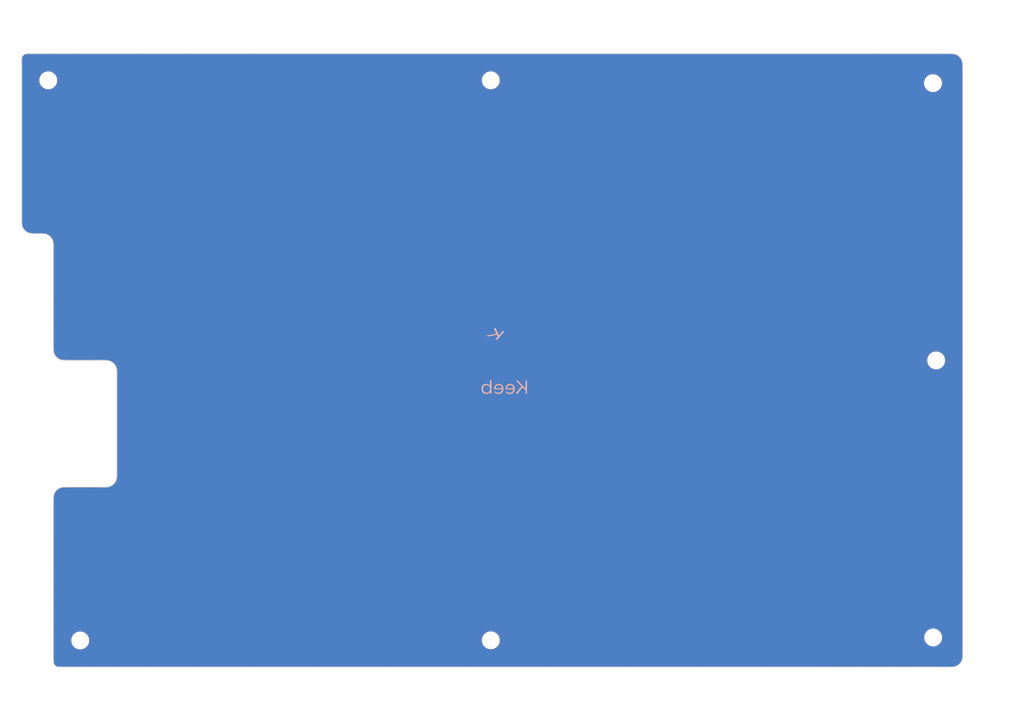
<source format=kicad_pcb>
(kicad_pcb (version 20221018) (generator pcbnew)
  (layers (0 "F.Cu" signal) (31 "B.Cu" signal) (34 "B.Paste" user) (35 "F.Paste" user) (36 "B.SilkS" user "B.Silkscreen") (37 "F.SilkS" user "F.Silkscreen") (38 "B.Mask" user) (39 "F.Mask" user) (44 "Edge.Cuts" user))
  (net 0 "")
  (footprint "Mounting_Holes:MountingHole_2.2mm_M2" (layer "B.Cu") (at 23.55 37.1)
    (fp_text reference "REF**" hide)
    (fp_text value "MountingHole_2.2mm_M2" hide)
    (pad "" np_thru_hole circle (at 0 0) (size 2.2 2.2) (drill 2.2) (layers "*.Cu" "*.Mask"))
  )
  (footprint "Mounting_Holes:MountingHole_2.2mm_M2" (layer "B.Cu") (at 90.025 37.1)
    (fp_text reference "REF**" hide)
    (fp_text value "MountingHole_2.2mm_M2" hide)
    (pad "" np_thru_hole circle (at 0 0) (size 2.2 2.2) (drill 2.2) (layers "*.Cu" "*.Mask"))
  )
  (footprint "Mounting_Holes:MountingHole_2.2mm_M2" (layer "B.Cu") (at 156.45 37.525)
    (fp_text reference "REF**" hide)
    (fp_text value "MountingHole_2.2mm_M2" hide)
    (pad "" np_thru_hole circle (at 0 0) (size 2.2 2.2) (drill 2.2) (layers "*.Cu" "*.Mask"))
  )
  (footprint "Mounting_Holes:MountingHole_2.2mm_M2" (layer "B.Cu") (at 156.925 79.2)
    (fp_text reference "REF**" hide)
    (fp_text value "MountingHole_2.2mm_M2" hide)
    (pad "" np_thru_hole circle (at 0 0) (size 2.2 2.2) (drill 2.2) (layers "*.Cu" "*.Mask"))
  )
  (footprint "Mounting_Holes:MountingHole_2.2mm_M2" (layer "B.Cu") (at 156.475 120.85)
    (fp_text reference "REF**" hide)
    (fp_text value "MountingHole_2.2mm_M2" hide)
    (pad "" np_thru_hole circle (at 0 0) (size 2.2 2.2) (drill 2.2) (layers "*.Cu" "*.Mask"))
  )
  (footprint "Mounting_Holes:MountingHole_2.2mm_M2" (layer "B.Cu") (at 90.025 121.275)
    (fp_text reference "REF**" hide)
    (fp_text value "MountingHole_2.2mm_M2" hide)
    (pad "" np_thru_hole circle (at 0 0) (size 2.2 2.2) (drill 2.2) (layers "*.Cu" "*.Mask"))
  )
  (footprint "Mounting_Holes:MountingHole_2.2mm_M2" (layer "B.Cu") (at 28.35 121.3)
    (fp_text reference "REF**" hide)
    (fp_text value "MountingHole_2.2mm_M2" hide)
    (pad "" np_thru_hole circle (at 0 0) (size 2.2 2.2) (drill 2.2) (layers "*.Cu" "*.Mask"))
  )
  (footprint "Keebio-Art:Keebio-TwoTone" (layer "B.Cu") (at 90.7 78.575 180)
    (fp_text reference "G***" hide)
    (fp_text value "LOGO" hide)
  )
  (gr_line (start 24.323056 77.353913) (end 24.323056 77.290428) (stroke (width 0.1)) (layer "Edge.Cuts"))
  (gr_line (start 24.323056 76.112361) (end 24.323056 75.512274) (stroke (width 0.1)) (layer "Edge.Cuts"))
  (gr_line (start 19.560556 58.189701) (end 19.560556 58.044747) (stroke (width 0.1)) (layer "Edge.Cuts"))
  (gr_line (start 20.786504 60.088584) (end 20.66559 60.056973) (stroke (width 0.1)) (layer "Edge.Cuts"))
  (gr_line (start 159.352025 125.286169) (end 159.25394 125.290932) (stroke (width 0.1)) (layer "Edge.Cuts"))
  (gr_line (start 33.977388 125.291757) (end 30.382224 125.291724) (stroke (width 0.1)) (layer "Edge.Cuts"))
  (gr_line (start 33.813412 96.922207) (end 33.829934 96.807295) (stroke (width 0.1)) (layer "Edge.Cuts"))
  (gr_line (start 160.864287 34.343138) (end 160.885124 34.460755) (stroke (width 0.1)) (layer "Edge.Cuts"))
  (gr_line (start 24.323056 104.816313) (end 24.323056 103.421854) (stroke (width 0.1)) (layer "Edge.Cuts"))
  (gr_line (start 32.443289 79.21345) (end 32.332937 79.201738) (stroke (width 0.1)) (layer "Edge.Cuts"))
  (gr_line (start 26.107969 79.191643) (end 26.028026 79.190879) (stroke (width 0.1)) (layer "Edge.Cuts"))
  (gr_line (start 24.327383 124.528336) (end 24.324489 124.478187) (stroke (width 0.1)) (layer "Edge.Cuts"))
  (gr_line (start 24.323056 123.72313) (end 24.323056 123.23483) (stroke (width 0.1)) (layer "Edge.Cuts"))
  (gr_line (start 24.323054 61.945204) (end 24.322621 61.868906) (stroke (width 0.1)) (layer "Edge.Cuts"))
  (gr_line (start 139.399376 125.292731) (end 131.178477 125.292655) (stroke (width 0.1)) (layer "Edge.Cuts"))
  (gr_line (start 155.134479 33.091667) (end 157.130183 33.091667) (stroke (width 0.1)) (layer "Edge.Cuts"))
  (gr_line (start 24.323056 100.572498) (end 24.323056 100.329418) (stroke (width 0.1)) (layer "Edge.Cuts"))
  (gr_line (start 24.323056 116.838652) (end 24.323056 114.805305) (stroke (width 0.1)) (layer "Edge.Cuts"))
  (gr_line (start 26.760324 79.191668) (end 26.583295 79.191668) (stroke (width 0.1)) (layer "Edge.Cuts"))
  (gr_line (start 28.582289 79.191668) (end 28.110434 79.191668) (stroke (width 0.1)) (layer "Edge.Cuts"))
  (gr_line (start 33.847961 80.956946) (end 33.846761 80.873512) (stroke (width 0.1)) (layer "Edge.Cuts"))
  (gr_line (start 20.094069 59.730119) (end 19.996396 59.634512) (stroke (width 0.1)) (layer "Edge.Cuts"))
  (gr_line (start 31.510174 98.241668) (end 31.661285 98.241668) (stroke (width 0.1)) (layer "Edge.Cuts"))
  (gr_line (start 33.416814 97.729608) (end 33.505744 97.626222) (stroke (width 0.1)) (layer "Edge.Cuts"))
  (gr_line (start 160.911855 123.219977) (end 160.911855 123.409907) (stroke (width 0.1)) (layer "Edge.Cuts"))
  (gr_line (start 33.848056 94.869021) (end 33.848056 94.174993) (stroke (width 0.1)) (layer "Edge.Cuts"))
  (gr_line (start 21.439355 60.141668) (end 21.381661 60.141668) (stroke (width 0.1)) (layer "Edge.Cuts"))
  (gr_line (start 32.288242 98.234922) (end 32.395404 98.225611) (stroke (width 0.1)) (layer "Edge.Cuts"))
  (gr_line (start 32.138844 79.19238) (end 32.059573 79.191686) (stroke (width 0.1)) (layer "Edge.Cuts"))
  (gr_line (start 29.356594 98.241668) (end 29.839945 98.241668) (stroke (width 0.1)) (layer "Edge.Cuts"))
  (gr_line (start 19.560556 41.453736) (end 19.560556 39.610958) (stroke (width 0.1)) (layer "Edge.Cuts"))
  (gr_line (start 160.052944 125.108867) (end 159.933893 125.163671) (stroke (width 0.1)) (layer "Edge.Cuts"))
  (gr_line (start 23.887216 60.648824) (end 23.789543 60.553217) (stroke (width 0.1)) (layer "Edge.Cuts"))
  (gr_line (start 24.323056 62.971151) (end 24.323056 62.601157) (stroke (width 0.1)) (layer "Edge.Cuts"))
  (gr_line (start 24.323056 108.44904) (end 24.323056 106.517645) (stroke (width 0.1)) (layer "Edge.Cuts"))
  (gr_line (start 24.323056 101.536179) (end 24.323056 100.960487) (stroke (width 0.1)) (layer "Edge.Cuts"))
  (gr_line (start 19.996396 59.634512) (end 19.907029 59.531462) (stroke (width 0.1)) (layer "Edge.Cuts"))
  (gr_line (start 19.560556 34.637892) (end 19.560556 34.326723) (stroke (width 0.1)) (layer "Edge.Cuts"))
  (gr_line (start 25.231784 125.291676) (end 25.195978 125.291588) (stroke (width 0.1)) (layer "Edge.Cuts"))
  (gr_line (start 19.573554 33.781484) (end 19.583814 33.722569) (stroke (width 0.1)) (layer "Edge.Cuts"))
  (gr_line (start 160.91176 34.856944) (end 160.911855 34.926799) (stroke (width 0.1)) (layer "Edge.Cuts"))
  (gr_line (start 33.848056 87.001093) (end 33.848056 85.737707) (stroke (width 0.1)) (layer "Edge.Cuts"))
  (gr_line (start 33.038848 79.402801) (end 32.921218 79.342741) (stroke (width 0.1)) (layer "Edge.Cuts"))
  (gr_line (start 33.6158 79.965037) (end 33.540819 79.853138) (stroke (width 0.1)) (layer "Edge.Cuts"))
  (gr_line (start 32.509407 98.21023) (end 32.628015 98.187254) (stroke (width 0.1)) (layer "Edge.Cuts"))
  (gr_line (start 24.52352 99.069903) (end 24.593324 98.955694) (stroke (width 0.1)) (layer "Edge.Cuts"))
  (gr_line (start 160.383315 124.87686) (end 160.278828 124.964307) (stroke (width 0.1)) (layer "Edge.Cuts"))
  (gr_line (start 33.104525 97.990781) (end 33.215037 97.913056) (stroke (width 0.1)) (layer "Edge.Cuts"))
  (gr_line (start 21.578205 60.141668) (end 21.550934 60.141668) (stroke (width 0.1)) (layer "Edge.Cuts"))
  (gr_line (start 33.800488 80.44314) (end 33.770932 80.322567) (stroke (width 0.1)) (layer "Edge.Cuts"))
  (gr_line (start 63.917485 125.292034) (end 53.954713 125.291942) (stroke (width 0.1)) (layer "Edge.Cuts"))
  (gr_line (start 26.147338 98.241668) (end 26.206218 98.241668) (stroke (width 0.1)) (layer "Edge.Cuts"))
  (gr_line (start 24.353882 124.699706) (end 24.34132 124.640209) (stroke (width 0.1)) (layer "Edge.Cuts"))
  (gr_line (start 30.474331 79.191668) (end 30.038208 79.191668) (stroke (width 0.1)) (layer "Edge.Cuts"))
  (gr_line (start 24.542447 125.041491) (end 24.497717 124.99033) (stroke (width 0.1)) (layer "Edge.Cuts"))
  (gr_line (start 159.050729 33.091667) (end 159.123372 33.091684) (stroke (width 0.1)) (layer "Edge.Cuts"))
  (gr_line (start 21.721988 60.141668) (end 21.674678 60.141668) (stroke (width 0.1)) (layer "Edge.Cuts"))
  (gr_line (start 160.604618 33.753137) (end 160.679599 33.865036) (stroke (width 0.1)) (layer "Edge.Cuts"))
  (gr_line (start 24.323056 100.188452) (end 24.323056 100.106804) (stroke (width 0.1)) (layer "Edge.Cuts"))
  (gr_line (start 19.560556 34.013968) (end 19.560595 33.979321) (stroke (width 0.1)) (layer "Edge.Cuts"))
  (gr_line (start 24.936637 125.265885) (end 24.876445 125.250378) (stroke (width 0.1)) (layer "Edge.Cuts"))
  (gr_line (start 20.657907 33.091668) (end 21.176853 33.091668) (stroke (width 0.1)) (layer "Edge.Cuts"))
  (gr_line (start 24.323056 124.294607) (end 24.323056 124.277166) (stroke (width 0.1)) (layer "Edge.Cuts"))
  (gr_line (start 160.278828 124.964307) (end 160.168315 125.042032) (stroke (width 0.1)) (layer "Edge.Cuts"))
  (gr_line (start 19.562988 33.890211) (end 19.566867 33.837738) (stroke (width 0.1)) (layer "Edge.Cuts"))
  (gr_line (start 160.794932 34.101272) (end 160.834731 34.222565) (stroke (width 0.1)) (layer "Edge.Cuts"))
  (gr_line (start 24.398499 78.054805) (end 24.369407 77.934325) (stroke (width 0.1)) (layer "Edge.Cuts"))
  (gr_line (start 159.81278 125.206409) (end 159.691801 125.238503) (stroke (width 0.1)) (layer "Edge.Cuts"))
  (gr_line (start 24.323056 68.643444) (end 24.323056 67.339112) (stroke (width 0.1)) (layer "Edge.Cuts"))
  (gr_line (start 156.482888 125.292889) (end 154.141628 125.292867) (stroke (width 0.1)) (layer "Edge.Cuts"))
  (gr_line (start 19.65523 59.068481) (end 19.620994 58.947287) (stroke (width 0.1)) (layer "Edge.Cuts"))
  (gr_line (start 24.323301 124.43338) (end 24.323058 124.39503) (stroke (width 0.1)) (layer "Edge.Cuts"))
  (gr_line (start 160.743385 33.981487) (end 160.794932 34.101272) (stroke (width 0.1)) (layer "Edge.Cuts"))
  (gr_line (start 24.320364 61.779536) (end 24.314759 61.67933) (stroke (width 0.1)) (layer "Edge.Cuts"))
  (gr_line (start 160.911855 55.013297) (end 160.911855 61.732023) (stroke (width 0.1)) (layer "Edge.Cuts"))
  (gr_line (start 24.228382 61.214855) (end 24.183179 61.094004) (stroke (width 0.1)) (layer "Edge.Cuts"))
  (gr_line (start 160.834731 34.222565) (end 160.864287 34.343138) (stroke (width 0.1)) (layer "Edge.Cuts"))
  (gr_line (start 159.25394 125.290932) (end 159.167168 125.292672) (stroke (width 0.1)) (layer "Edge.Cuts"))
  (gr_line (start 45.002139 33.091668) (end 54.445157 33.091668) (stroke (width 0.1)) (layer "Edge.Cuts"))
  (gr_line (start 31.938708 79.191668) (end 31.880564 79.191668) (stroke (width 0.1)) (layer "Edge.Cuts"))
  (gr_line (start 24.323056 124.295011) (end 24.323056 124.294607) (stroke (width 0.1)) (layer "Edge.Cuts"))
  (gr_line (start 24.465466 99.188109) (end 24.52352 99.069903) (stroke (width 0.1)) (layer "Edge.Cuts"))
  (gr_line (start 31.712633 79.191668) (end 31.580295 79.191668) (stroke (width 0.1)) (layer "Edge.Cuts"))
  (gr_line (start 160.774479 124.33468) (end 160.717639 124.453214) (stroke (width 0.1)) (layer "Edge.Cuts"))
  (gr_line (start 29.564966 79.191668) (end 29.073397 79.191668) (stroke (width 0.1)) (layer "Edge.Cuts"))
  (gr_line (start 24.323056 117.291668) (end 24.323056 117.291668) (stroke (width 0.1)) (layer "Edge.Cuts"))
  (gr_line (start 24.323056 74.726581) (end 24.323056 73.739075) (stroke (width 0.1)) (layer "Edge.Cuts"))
  (gr_line (start 21.674678 60.141668) (end 21.636903 60.141668) (stroke (width 0.1)) (layer "Edge.Cuts"))
  (gr_line (start 160.102647 33.302799) (end 160.21609 33.374419) (stroke (width 0.1)) (layer "Edge.Cuts"))
  (gr_line (start 24.861566 98.648727) (end 24.966697 98.562185) (stroke (width 0.1)) (layer "Edge.Cuts"))
  (gr_line (start 19.563248 58.5038) (end 19.560991 58.41443) (stroke (width 0.1)) (layer "Edge.Cuts"))
  (gr_line (start 20.204179 33.112402) (end 20.262621 33.102967) (stroke (width 0.1)) (layer "Edge.Cuts"))
  (gr_line (start 19.620994 58.947287) (end 19.596202 58.827986) (stroke (width 0.1)) (layer "Edge.Cuts"))
  (gr_line (start 26.995355 79.191668) (end 26.760324 79.191668) (stroke (width 0.1)) (layer "Edge.Cuts"))
  (gr_line (start 33.215037 97.913056) (end 33.319523 97.825609) (stroke (width 0.1)) (layer "Edge.Cuts"))
  (gr_line (start 158.996018 125.292912) (end 158.680953 125.292909) (stroke (width 0.1)) (layer "Edge.Cuts"))
  (gr_line (start 159.507087 33.113448) (end 159.623327 33.131881) (stroke (width 0.1)) (layer "Edge.Cuts"))
  (gr_line (start 19.560556 57.399506) (end 19.560556 56.813655) (stroke (width 0.1)) (layer "Edge.Cuts"))
  (gr_line (start 21.223005 60.139829) (end 21.125424 60.13525) (stroke (width 0.1)) (layer "Edge.Cuts"))
  (gr_line (start 159.985017 33.24274) (end 160.102647 33.302799) (stroke (width 0.1)) (layer "Edge.Cuts"))
  (gr_line (start 20.262621 33.102967) (end 20.318164 33.096943) (stroke (width 0.1)) (layer "Edge.Cuts"))
  (gr_line (start 24.323056 102.342369) (end 24.323056 101.536179) (stroke (width 0.1)) (layer "Edge.Cuts"))
  (gr_line (start 24.323056 62.078678) (end 24.323056 62.00876) (stroke (width 0.1)) (layer "Edge.Cuts"))
  (gr_line (start 33.770932 80.322567) (end 33.731134 80.201273) (stroke (width 0.1)) (layer "Edge.Cuts"))
  (gr_line (start 19.560595 33.979321) (end 19.561152 33.937779) (stroke (width 0.1)) (layer "Edge.Cuts"))
  (gr_line (start 160.893733 123.858542) (end 160.877211 123.973454) (stroke (width 0.1)) (layer "Edge.Cuts"))
  (gr_line (start 20.369685 33.093563) (end 20.416064 33.092064) (stroke (width 0.1)) (layer "Edge.Cuts"))
  (gr_line (start 24.323056 62.182398) (end 24.323056 62.078678) (stroke (width 0.1)) (layer "Edge.Cuts"))
  (gr_line (start 157.130183 33.091667) (end 158.289981 33.091667) (stroke (width 0.1)) (layer "Edge.Cuts"))
  (gr_line (start 30.294186 98.241668) (end 30.700529 98.241668) (stroke (width 0.1)) (layer "Edge.Cuts"))
  (gr_line (start 22.501951 60.141668) (end 22.444257 60.141668) (stroke (width 0.1)) (layer "Edge.Cuts"))
  (gr_line (start 160.911855 61.732023) (end 160.911855 69.136973) (stroke (width 0.1)) (layer "Edge.Cuts"))
  (gr_line (start 24.591286 125.088916) (end 24.542447 125.041491) (stroke (width 0.1)) (layer "Edge.Cuts"))
  (gr_line (start 32.395404 98.225611) (end 32.509407 98.21023) (stroke (width 0.1)) (layer "Edge.Cuts"))
  (gr_line (start 20.495167 33.091668) (end 20.657907 33.091668) (stroke (width 0.1)) (layer "Edge.Cuts"))
  (gr_line (start 160.911855 121.891201) (end 160.911855 122.76438) (stroke (width 0.1)) (layer "Edge.Cuts"))
  (gr_line (start 33.731134 80.201273) (end 33.679586 80.081489) (stroke (width 0.1)) (layer "Edge.Cuts"))
  (gr_line (start 32.332937 79.201738) (end 32.230711 79.195223) (stroke (width 0.1)) (layer "Edge.Cuts"))
  (gr_line (start 24.384944 99.430115) (end 24.419684 99.308885) (stroke (width 0.1)) (layer "Edge.Cuts"))
  (gr_line (start 19.568853 58.604006) (end 19.563248 58.5038) (stroke (width 0.1)) (layer "Edge.Cuts"))
  (gr_line (start 160.911855 122.76438) (end 160.911855 123.219977) (stroke (width 0.1)) (layer "Edge.Cuts"))
  (gr_line (start 33.848056 94.174993) (end 33.848056 93.282354) (stroke (width 0.1)) (layer "Edge.Cuts"))
  (gr_line (start 19.583814 33.722569) (end 19.598411 33.662115) (stroke (width 0.1)) (layer "Edge.Cuts"))
  (gr_line (start 22.288287 33.091668) (end 24.22849 33.091668) (stroke (width 0.1)) (layer "Edge.Cuts"))
  (gr_line (start 24.323056 124.203383) (end 24.323056 124.032343) (stroke (width 0.1)) (layer "Edge.Cuts"))
  (gr_line (start 33.679586 80.081489) (end 33.6158 79.965037) (stroke (width 0.1)) (layer "Edge.Cuts"))
  (gr_line (start 25.722226 79.169149) (end 25.605755 79.150347) (stroke (width 0.1)) (layer "Edge.Cuts"))
  (gr_line (start 31.771584 98.241668) (end 31.852347 98.241668) (stroke (width 0.1)) (layer "Edge.Cuts"))
  (gr_line (start 33.505744 97.626222) (end 33.585142 97.516618) (stroke (width 0.1)) (layer "Edge.Cuts"))
  (gr_line (start 26.206218 98.241668) (end 26.261919 98.241668) (stroke (width 0.1)) (layer "Edge.Cuts"))
  (gr_line (start 77.131342 33.091667) (end 89.433152 33.091667) (stroke (width 0.1)) (layer "Edge.Cuts"))
  (gr_line (start 33.846761 80.873512) (end 33.842937 80.778178) (stroke (width 0.1)) (layer "Edge.Cuts"))
  (gr_line (start 23.097108 60.194752) (end 22.978674 60.172185) (stroke (width 0.1)) (layer "Edge.Cuts"))
  (gr_line (start 24.756633 125.202956) (end 24.698961 125.17023) (stroke (width 0.1)) (layer "Edge.Cuts"))
  (gr_line (start 24.323056 124.310392) (end 24.323056 124.302394) (stroke (width 0.1)) (layer "Edge.Cuts"))
  (gr_line (start 21.550934 60.141668) (end 21.520819 60.141668) (stroke (width 0.1)) (layer "Edge.Cuts"))
  (gr_line (start 20.456177 33.09168) (end 20.495167 33.091668) (stroke (width 0.1)) (layer "Edge.Cuts"))
  (gr_line (start 28.862923 98.241668) (end 29.356594 98.241668) (stroke (width 0.1)) (layer "Edge.Cuts"))
  (gr_line (start 159.691801 125.238503) (end 159.573192 125.261479) (stroke (width 0.1)) (layer "Edge.Cuts"))
  (gr_line (start 160.885124 34.460755) (end 160.898766 34.57318) (stroke (width 0.1)) (layer "Edge.Cuts"))
  (gr_line (start 24.324243 77.505424) (end 24.323133 77.422633) (stroke (width 0.1)) (layer "Edge.Cuts"))
  (gr_line (start 38.960013 125.291803) (end 33.977388 125.291757) (stroke (width 0.1)) (layer "Edge.Cuts"))
  (gr_line (start 24.876445 125.250378) (end 24.816076 125.229645) (stroke (width 0.1)) (layer "Edge.Cuts"))
  (gr_line (start 24.323056 62.601157) (end 24.323056 62.347398) (stroke (width 0.1)) (layer "Edge.Cuts"))
  (gr_line (start 24.323056 124.34031) (end 24.323056 124.322718) (stroke (width 0.1)) (layer "Edge.Cuts"))
  (gr_line (start 24.323056 124.364104) (end 24.323056 124.34031) (stroke (width 0.1)) (layer "Edge.Cuts"))
  (gr_line (start 21.125424 60.13525) (end 21.018657 60.126199) (stroke (width 0.1)) (layer "Edge.Cuts"))
  (gr_line (start 20.425236 59.960601) (end 20.309657 59.894332) (stroke (width 0.1)) (layer "Edge.Cuts"))
  (gr_line (start 160.911855 111.184373) (end 160.911855 115.247026) (stroke (width 0.1)) (layer "Edge.Cuts"))
  (gr_line (start 24.323056 69.986802) (end 24.323056 68.643444) (stroke (width 0.1)) (layer "Edge.Cuts"))
  (gr_line (start 30.038208 79.191668) (end 29.564966 79.191668) (stroke (width 0.1)) (layer "Edge.Cuts"))
  (gr_line (start 31.880564 79.191668) (end 31.808964 79.191668) (stroke (width 0.1)) (layer "Edge.Cuts"))
  (gr_line (start 24.323547 99.964798) (end 24.325933 99.874843) (stroke (width 0.1)) (layer "Edge.Cuts"))
  (gr_line (start 23.218022 60.226363) (end 23.097108 60.194752) (stroke (width 0.1)) (layer "Edge.Cuts"))
  (gr_line (start 33.848056 96.194481) (end 33.848056 96.025758) (stroke (width 0.1)) (layer "Edge.Cuts"))
  (gr_line (start 157.91962 125.292902) (end 156.482888 125.292889) (stroke (width 0.1)) (layer "Edge.Cuts"))
  (gr_line (start 25.126577 78.977274) (end 25.013371 78.905116) (stroke (width 0.1)) (layer "Edge.Cuts"))
  (gr_line (start 19.566867 33.837738) (end 19.573554 33.781484) (stroke (width 0.1)) (layer "Edge.Cuts"))
  (gr_line (start 22.864955 60.157137) (end 22.758188 60.148086) (stroke (width 0.1)) (layer "Edge.Cuts"))
  (gr_line (start 25.10502 125.288637) (end 25.052039 125.284255) (stroke (width 0.1)) (layer "Edge.Cuts"))
  (gr_line (start 159.396736 33.101737) (end 159.507087 33.113448) (stroke (width 0.1)) (layer "Edge.Cuts"))
  (gr_line (start 24.314759 61.67933) (end 24.304282 61.570522) (stroke (width 0.1)) (layer "Edge.Cuts"))
  (gr_line (start 25.052039 125.284255) (end 24.99554 125.276924) (stroke (width 0.1)) (layer "Edge.Cuts"))
  (gr_line (start 25.193523 98.419778) (end 25.312862 98.366197) (stroke (width 0.1)) (layer "Edge.Cuts"))
  (gr_line (start 24.99554 125.276924) (end 24.936637 125.265885) (stroke (width 0.1)) (layer "Edge.Cuts"))
  (gr_line (start 25.312862 98.366197) (end 25.43406 98.324573) (stroke (width 0.1)) (layer "Edge.Cuts"))
  (gr_line (start 160.911855 120.448525) (end 160.911855 121.891201) (stroke (width 0.1)) (layer "Edge.Cuts"))
  (gr_line (start 33.260377 79.556432) (end 33.152291 79.47442) (stroke (width 0.1)) (layer "Edge.Cuts"))
  (gr_line (start 33.848056 82.245767) (end 33.848056 81.810876) (stroke (width 0.1)) (layer "Edge.Cuts"))
  (gr_line (start 33.848056 96.300572) (end 33.848056 96.194481) (stroke (width 0.1)) (layer "Edge.Cuts"))
  (gr_line (start 25.832919 79.181156) (end 25.722226 79.169149) (stroke (width 0.1)) (layer "Edge.Cuts"))
  (gr_line (start 86.730226 125.292244) (end 74.994157 125.292136) (stroke (width 0.1)) (layer "Edge.Cuts"))
  (gr_line (start 159.093945 125.292913) (end 158.996018 125.292912) (stroke (width 0.1)) (layer "Edge.Cuts"))
  (gr_line (start 19.906937 33.235452) (end 19.963741 33.199245) (stroke (width 0.1)) (layer "Edge.Cuts"))
  (gr_line (start 24.125732 60.975633) (end 24.056478 60.8612) (stroke (width 0.1)) (layer "Edge.Cuts"))
  (gr_line (start 21.520819 60.141668) (end 21.484683 60.141668) (stroke (width 0.1)) (layer "Edge.Cuts"))
  (gr_line (start 33.821325 80.560756) (end 33.800488 80.44314) (stroke (width 0.1)) (layer "Edge.Cuts"))
  (gr_line (start 27.160764 98.241668) (end 27.507899 98.241668) (stroke (width 0.1)) (layer "Edge.Cuts"))
  (gr_line (start 33.848056 95.766925) (end 33.848056 95.390506) (stroke (width 0.1)) (layer "Edge.Cuts"))
  (gr_line (start 20.143959 33.12601) (end 20.204179 33.112402) (stroke (width 0.1)) (layer "Edge.Cuts"))
  (gr_line (start 24.804367 78.730964) (end 24.710905 78.631307) (stroke (width 0.1)) (layer "Edge.Cuts"))
  (gr_line (start 23.976583 60.751874) (end 23.887216 60.648824) (stroke (width 0.1)) (layer "Edge.Cuts"))
  (gr_line (start 19.907029 59.531462) (end 19.827134 59.422136) (stroke (width 0.1)) (layer "Edge.Cuts"))
  (gr_line (start 33.152291 79.47442) (end 33.038848 79.402801) (stroke (width 0.1)) (layer "Edge.Cuts"))
  (gr_line (start 159.294509 33.095221) (end 159.396736 33.101737) (stroke (width 0.1)) (layer "Edge.Cuts"))
  (gr_line (start 24.323056 121.557308) (end 24.323056 120.286255) (stroke (width 0.1)) (layer "Edge.Cuts"))
  (gr_line (start 24.34132 124.640209) (end 24.33274 124.582715) (stroke (width 0.1)) (layer "Edge.Cuts"))
  (gr_line (start 20.198878 59.817115) (end 20.094069 59.730119) (stroke (width 0.1)) (layer "Edge.Cuts"))
  (gr_line (start 154.141628 125.292867) (end 150.66671 125.292835) (stroke (width 0.1)) (layer "Edge.Cuts"))
  (gr_line (start 33.848055 96.434757) (end 33.848056 96.37151) (stroke (width 0.1)) (layer "Edge.Cuts"))
  (gr_line (start 159.123372 33.091684) (end 159.202643 33.092378) (stroke (width 0.1)) (layer "Edge.Cuts"))
  (gr_line (start 19.560556 58.273254) (end 19.560556 58.189701) (stroke (width 0.1)) (layer "Edge.Cuts"))
  (gr_line (start 22.277809 60.141668) (end 22.246709 60.141668) (stroke (width 0.1)) (layer "Edge.Cuts"))
  (gr_line (start 24.323056 122.526528) (end 24.323056 121.557308) (stroke (width 0.1)) (layer "Edge.Cuts"))
  (gr_line (start 19.75788 59.307703) (end 19.700433 59.189332) (stroke (width 0.1)) (layer "Edge.Cuts"))
  (gr_line (start 19.675385 33.482549) (end 19.712746 33.426275) (stroke (width 0.1)) (layer "Edge.Cuts"))
  (gr_line (start 22.208934 60.141668) (end 22.161624 60.141668) (stroke (width 0.1)) (layer "Edge.Cuts"))
  (gr_line (start 33.653843 97.401964) (end 33.710682 97.283431) (stroke (width 0.1)) (layer "Edge.Cuts"))
  (gr_line (start 20.416064 33.092064) (end 20.456177 33.09168) (stroke (width 0.1)) (layer "Edge.Cuts"))
  (gr_line (start 159.933893 125.163671) (end 159.81278 125.206409) (stroke (width 0.1)) (layer "Edge.Cuts"))
  (gr_line (start 24.673712 98.84665) (end 24.763515 98.743938) (stroke (width 0.1)) (layer "Edge.Cuts"))
  (gr_line (start 25.153371 125.290828) (end 25.10502 125.288637) (stroke (width 0.1)) (layer "Edge.Cuts"))
  (gr_line (start 160.911855 115.247026) (end 160.911855 118.284439) (stroke (width 0.1)) (layer "Edge.Cuts"))
  (gr_line (start 24.331742 99.774161) (end 24.342498 99.664989) (stroke (width 0.1)) (layer "Edge.Cuts"))
  (gr_line (start 21.484683 60.141668) (end 21.439355 60.141668) (stroke (width 0.1)) (layer "Edge.Cuts"))
  (gr_line (start 22.978674 60.172185) (end 22.864955 60.157137) (stroke (width 0.1)) (layer "Edge.Cuts"))
  (gr_line (start 24.323056 76.55432) (end 24.323056 76.112361) (stroke (width 0.1)) (layer "Edge.Cuts"))
  (gr_line (start 32.921218 79.342741) (end 32.800728 79.295004) (stroke (width 0.1)) (layer "Edge.Cuts"))
  (gr_line (start 19.618111 33.601245) (end 19.643671 33.541078) (stroke (width 0.1)) (layer "Edge.Cuts"))
  (gr_line (start 19.560556 47.753185) (end 19.560556 45.606655) (stroke (width 0.1)) (layer "Edge.Cuts"))
  (gr_line (start 33.585142 97.516618) (end 33.653843 97.401964) (stroke (width 0.1)) (layer "Edge.Cuts"))
  (gr_line (start 33.829934 96.807295) (end 33.840136 96.698859) (stroke (width 0.1)) (layer "Edge.Cuts"))
  (gr_line (start 65.311784 33.091668) (end 77.131342 33.091667) (stroke (width 0.1)) (layer "Edge.Cuts"))
  (gr_line (start 33.84554 96.599133) (end 33.847672 96.510354) (stroke (width 0.1)) (layer "Edge.Cuts"))
  (gr_line (start 24.323056 110.528668) (end 24.323056 108.44904) (stroke (width 0.1)) (layer "Edge.Cuts"))
  (gr_line (start 32.748993 98.155159) (end 32.870105 98.112421) (stroke (width 0.1)) (layer "Edge.Cuts"))
  (gr_line (start 141.759732 33.091667) (end 147.686472 33.091667) (stroke (width 0.1)) (layer "Edge.Cuts"))
  (gr_line (start 27.919786 98.241668) (end 28.377724 98.241668) (stroke (width 0.1)) (layer "Edge.Cuts"))
  (gr_line (start 24.335633 77.704799) (end 24.327902 77.600225) (stroke (width 0.1)) (layer "Edge.Cuts"))
  (gr_line (start 19.560556 36.777989) (end 19.560556 35.821679) (stroke (width 0.1)) (layer "Edge.Cuts"))
  (gr_line (start 160.911855 35.93248) (end 160.911855 37.029819) (stroke (width 0.1)) (layer "Edge.Cuts"))
  (gr_line (start 160.911854 123.486001) (end 160.911471 123.561598) (stroke (width 0.1)) (layer "Edge.Cuts"))
  (gr_line (start 98.671193 125.292355) (end 86.730226 125.292244) (stroke (width 0.1)) (layer "Edge.Cuts"))
  (gr_line (start 33.848056 90.981767) (end 33.848056 89.674319) (stroke (width 0.1)) (layer "Edge.Cuts"))
  (gr_line (start 33.834967 80.673181) (end 33.821325 80.560756) (stroke (width 0.1)) (layer "Edge.Cuts"))
  (gr_line (start 23.684734 60.466221) (end 23.573955 60.389004) (stroke (width 0.1)) (layer "Edge.Cuts"))
  (gr_line (start 147.686472 33.091667) (end 152.065648 33.091667) (stroke (width 0.1)) (layer "Edge.Cuts"))
  (gr_line (start 19.643671 33.541078) (end 19.675385 33.482549) (stroke (width 0.1)) (layer "Edge.Cuts"))
  (gr_line (start 19.560556 39.610958) (end 19.560556 38.033039) (stroke (width 0.1)) (layer "Edge.Cuts"))
  (gr_line (start 30.382224 125.291724) (end 27.946334 125.291701) (stroke (width 0.1)) (layer "Edge.Cuts"))
  (gr_line (start 24.593324 98.955694) (end 24.673712 98.84665) (stroke (width 0.1)) (layer "Edge.Cuts"))
  (gr_line (start 121.349819 125.292564) (end 110.362558 125.292463) (stroke (width 0.1)) (layer "Edge.Cuts"))
  (gr_line (start 24.323058 124.39503) (end 24.323056 124.364104) (stroke (width 0.1)) (layer "Edge.Cuts"))
  (gr_line (start 21.84113 60.141668) (end 21.778325 60.141668) (stroke (width 0.1)) (layer "Edge.Cuts"))
  (gr_line (start 160.911855 118.284439) (end 160.911855 120.448525) (stroke (width 0.1)) (layer "Edge.Cuts"))
  (gr_line (start 23.458376 60.322735) (end 23.33918 60.268542) (stroke (width 0.1)) (layer "Edge.Cuts"))
  (gr_line (start 160.911855 123.409907) (end 160.911854 123.486001) (stroke (width 0.1)) (layer "Edge.Cuts"))
  (gr_line (start 32.190157 98.239686) (end 32.288242 98.234922) (stroke (width 0.1)) (layer "Edge.Cuts"))
  (gr_line (start 19.560556 35.122262) (end 19.560556 34.637892) (stroke (width 0.1)) (layer "Edge.Cuts"))
  (gr_line (start 20.022675 33.16881) (end 20.083084 33.144558) (stroke (width 0.1)) (layer "Edge.Cuts"))
  (gr_line (start 26.583295 79.191668) (end 26.452992 79.191668) (stroke (width 0.1)) (layer "Edge.Cuts"))
  (gr_line (start 33.848056 81.505285) (end 33.848056 81.301514) (stroke (width 0.1)) (layer "Edge.Cuts"))
  (gr_line (start 160.911855 38.761405) (end 160.911855 41.279153) (stroke (width 0.1)) (layer "Edge.Cuts"))
  (gr_line (start 145.829002 125.29279) (end 139.399376 125.292731) (stroke (width 0.1)) (layer "Edge.Cuts"))
  (gr_line (start 24.488699 78.296024) (end 24.437758 78.176115) (stroke (width 0.1)) (layer "Edge.Cuts"))
  (gr_line (start 24.262618 61.336049) (end 24.228382 61.214855) (stroke (width 0.1)) (layer "Edge.Cuts"))
  (gr_line (start 24.323056 64.169758) (end 24.323056 63.484859) (stroke (width 0.1)) (layer "Edge.Cuts"))
  (gr_line (start 160.898766 34.57318) (end 160.906736 34.678177) (stroke (width 0.1)) (layer "Edge.Cuts"))
  (gr_line (start 33.848056 84.591401) (end 33.848056 83.613357) (stroke (width 0.1)) (layer "Edge.Cuts"))
  (gr_line (start 22.660607 60.143507) (end 22.57445 60.141875) (stroke (width 0.1)) (layer "Edge.Cuts"))
  (gr_line (start 27.507899 98.241668) (end 27.919786 98.241668) (stroke (width 0.1)) (layer "Edge.Cuts"))
  (gr_line (start 160.911855 84.805269) (end 160.911855 92.468475) (stroke (width 0.1)) (layer "Edge.Cuts"))
  (gr_line (start 24.183179 61.094004) (end 24.125732 60.975633) (stroke (width 0.1)) (layer "Edge.Cuts"))
  (gr_line (start 27.946334 125.291701) (end 26.441532 125.291688) (stroke (width 0.1)) (layer "Edge.Cuts"))
  (gr_line (start 32.059573 79.191686) (end 31.994671 79.191668) (stroke (width 0.1)) (layer "Edge.Cuts"))
  (gr_line (start 33.840136 96.698859) (end 33.84554 96.599133) (stroke (width 0.1)) (layer "Edge.Cuts"))
  (gr_line (start 24.323056 75.512274) (end 24.323056 74.726581) (stroke (width 0.1)) (layer "Edge.Cuts"))
  (gr_line (start 24.323056 77.073763) (end 24.323056 76.865628) (stroke (width 0.1)) (layer "Edge.Cuts"))
  (gr_line (start 24.22849 33.091668) (end 27.233747 33.091668) (stroke (width 0.1)) (layer "Edge.Cuts"))
  (gr_line (start 160.480608 124.78086) (end 160.383315 124.87686) (stroke (width 0.1)) (layer "Edge.Cuts"))
  (gr_line (start 19.560556 35.821679) (end 19.560556 35.122262) (stroke (width 0.1)) (layer "Edge.Cuts"))
  (gr_line (start 24.323056 112.6747) (end 24.323056 110.528668) (stroke (width 0.1)) (layer "Edge.Cuts"))
  (gr_line (start 24.763515 98.743938) (end 24.861566 98.648727) (stroke (width 0.1)) (layer "Edge.Cuts"))
  (gr_line (start 24.323056 123.23483) (end 24.323056 122.526528) (stroke (width 0.1)) (layer "Edge.Cuts"))
  (gr_line (start 24.437758 78.176115) (end 24.398499 78.054805) (stroke (width 0.1)) (layer "Edge.Cuts"))
  (gr_line (start 25.485741 79.123226) (end 25.36442 79.086261) (stroke (width 0.1)) (layer "Edge.Cuts"))
  (gr_line (start 101.746536 33.091667) (end 113.600816 33.091667) (stroke (width 0.1)) (layer "Edge.Cuts"))
  (gr_line (start 19.700433 59.189332) (end 19.65523 59.068481) (stroke (width 0.1)) (layer "Edge.Cuts"))
  (gr_line (start 24.325933 99.874843) (end 24.331742 99.774161) (stroke (width 0.1)) (layer "Edge.Cuts"))
  (gr_line (start 20.66559 60.056973) (end 20.544432 60.014794) (stroke (width 0.1)) (layer "Edge.Cuts"))
  (gr_line (start 134.04935 33.091667) (end 141.759732 33.091667) (stroke (width 0.1)) (layer "Edge.Cuts"))
  (gr_line (start 26.075565 98.241844) (end 26.147338 98.241668) (stroke (width 0.1)) (layer "Edge.Cuts"))
  (gr_line (start 160.911855 35.317473) (end 160.911855 35.93248) (stroke (width 0.1)) (layer "Edge.Cuts"))
  (gr_line (start 20.544432 60.014794) (end 20.425236 59.960601) (stroke (width 0.1)) (layer "Edge.Cuts"))
  (gr_line (start 24.323056 124.302394) (end 24.323056 124.297789) (stroke (width 0.1)) (layer "Edge.Cuts"))
  (gr_line (start 31.994671 79.191668) (end 31.938708 79.191668) (stroke (width 0.1)) (layer "Edge.Cuts"))
  (gr_line (start 31.914847 98.241668) (end 31.970361 98.241668) (stroke (width 0.1)) (layer "Edge.Cuts"))
  (gr_line (start 160.911855 92.468475) (end 160.911855 99.617628) (stroke (width 0.1)) (layer "Edge.Cuts"))
  (gr_line (start 31.580295 79.191668) (end 31.400677 79.191668) (stroke (width 0.1)) (layer "Edge.Cuts"))
  (gr_line (start 32.628015 98.187254) (end 32.748993 98.155159) (stroke (width 0.1)) (layer "Edge.Cuts"))
  (gr_line (start 28.377724 98.241668) (end 28.862923 98.241668) (stroke (width 0.1)) (layer "Edge.Cuts"))
  (gr_line (start 19.963741 33.199245) (end 20.022675 33.16881) (stroke (width 0.1)) (layer "Edge.Cuts"))
  (gr_line (start 24.323056 124.322718) (end 24.323056 124.310392) (stroke (width 0.1)) (layer "Edge.Cuts"))
  (gr_line (start 160.168315 125.042032) (end 160.052944 125.108867) (stroke (width 0.1)) (layer "Edge.Cuts"))
  (gr_line (start 24.39399 124.820249) (end 24.371186 124.76009) (stroke (width 0.1)) (layer "Edge.Cuts"))
  (gr_line (start 160.910559 34.773511) (end 160.91176 34.856944) (stroke (width 0.1)) (layer "Edge.Cuts"))
  (gr_line (start 24.371186 124.76009) (end 24.353882 124.699706) (stroke (width 0.1)) (layer "Edge.Cuts"))
  (gr_line (start 30.854545 79.191668) (end 30.474331 79.191668) (stroke (width 0.1)) (layer "Edge.Cuts"))
  (gr_line (start 33.848056 81.089526) (end 33.848056 81.026352) (stroke (width 0.1)) (layer "Edge.Cuts"))
  (gr_line (start 45.558286 125.291864) (end 38.960013 125.291803) (stroke (width 0.1)) (layer "Edge.Cuts"))
  (gr_line (start 160.324176 33.45643) (end 160.425738 33.547666) (stroke (width 0.1)) (layer "Edge.Cuts"))
  (gr_line (start 24.342498 99.664989) (end 24.359724 99.549561) (stroke (width 0.1)) (layer "Edge.Cuts"))
  (gr_line (start 19.561152 33.937779) (end 19.562988 33.890211) (stroke (width 0.1)) (layer "Edge.Cuts"))
  (gr_line (start 19.755168 33.372842) (end 19.802065 33.322836) (stroke (width 0.1)) (layer "Edge.Cuts"))
  (gr_line (start 19.560556 58.044747) (end 19.560556 57.795609) (stroke (width 0.1)) (layer "Edge.Cuts"))
  (gr_line (start 74.994157 125.292136) (end 63.917485 125.292034) (stroke (width 0.1)) (layer "Edge.Cuts"))
  (gr_line (start 31.540339 33.091668) (end 37.384548 33.091668) (stroke (width 0.1)) (layer "Edge.Cuts"))
  (gr_line (start 160.911855 44.734978) (end 160.911855 49.280793) (stroke (width 0.1)) (layer "Edge.Cuts"))
  (gr_line (start 160.648938 124.567868) (end 160.569538 124.677473) (stroke (width 0.1)) (layer "Edge.Cuts"))
  (gr_line (start 24.698961 125.17023) (end 24.643651 125.132022) (stroke (width 0.1)) (layer "Edge.Cuts"))
  (gr_line (start 25.786589 98.256564) (end 25.892957 98.247769) (stroke (width 0.1)) (layer "Edge.Cuts"))
  (gr_line (start 22.042482 60.141668) (end 21.975796 60.141668) (stroke (width 0.1)) (layer "Edge.Cuts"))
  (gr_line (start 24.497717 124.99033) (end 24.457676 124.936015) (stroke (width 0.1)) (layer "Edge.Cuts"))
  (gr_line (start 26.358141 79.191668) (end 26.287466 79.191668) (stroke (width 0.1)) (layer "Edge.Cuts"))
  (gr_line (start 25.990027 98.24337) (end 26.075565 98.241844) (stroke (width 0.1)) (layer "Edge.Cuts"))
  (gr_line (start 26.452992 79.191668) (end 26.358141 79.191668) (stroke (width 0.1)) (layer "Edge.Cuts"))
  (gr_line (start 31.162502 79.191668) (end 30.854545 79.191668) (stroke (width 0.1)) (layer "Edge.Cuts"))
  (gr_line (start 152.065648 33.091667) (end 155.134479 33.091667) (stroke (width 0.1)) (layer "Edge.Cuts"))
  (gr_line (start 24.643651 125.132022) (end 24.591286 125.088916) (stroke (width 0.1)) (layer "Edge.Cuts"))
  (gr_line (start 31.400677 79.191668) (end 31.162502 79.191668) (stroke (width 0.1)) (layer "Edge.Cuts"))
  (gr_line (start 19.560556 51.77736) (end 19.560556 49.837355) (stroke (width 0.1)) (layer "Edge.Cuts"))
  (gr_line (start 19.560556 57.795609) (end 19.560556 57.399506) (stroke (width 0.1)) (layer "Edge.Cuts"))
  (gr_line (start 33.540819 79.853138) (end 33.455809 79.746959) (stroke (width 0.1)) (layer "Edge.Cuts"))
  (gr_line (start 160.911855 105.952659) (end 160.911855 111.184373) (stroke (width 0.1)) (layer "Edge.Cuts"))
  (gr_line (start 160.21609 33.374419) (end 160.324176 33.45643) (stroke (width 0.1)) (layer "Edge.Cuts"))
  (gr_line (start 19.85285 33.276844) (end 19.906937 33.235452) (stroke (width 0.1)) (layer "Edge.Cuts"))
  (gr_line (start 160.852844 124.092605) (end 160.819108 124.213759) (stroke (width 0.1)) (layer "Edge.Cuts"))
  (gr_line (start 21.605803 60.141668) (end 21.578205 60.141668) (stroke (width 0.1)) (layer "Edge.Cuts"))
  (gr_line (start 24.323056 118.692913) (end 24.323056 116.838652) (stroke (width 0.1)) (layer "Edge.Cuts"))
  (gr_line (start 33.455809 79.746959) (end 33.361939 79.647667) (stroke (width 0.1)) (layer "Edge.Cuts"))
  (gr_line (start 33.848056 82.837434) (end 33.848056 82.245767) (stroke (width 0.1)) (layer "Edge.Cuts"))
  (gr_line (start 160.425738 33.547666) (end 160.519608 33.646957) (stroke (width 0.1)) (layer "Edge.Cuts"))
  (gr_line (start 160.819108 124.213759) (end 160.774479 124.33468) (stroke (width 0.1)) (layer "Edge.Cuts"))
  (gr_line (start 20.309657 59.894332) (end 20.198878 59.817115) (stroke (width 0.1)) (layer "Edge.Cuts"))
  (gr_line (start 160.911855 37.029819) (end 160.911855 38.761405) (stroke (width 0.1)) (layer "Edge.Cuts"))
  (gr_line (start 158.289981 33.091667) (end 158.851089 33.091667) (stroke (width 0.1)) (layer "Edge.Cuts"))
  (gr_line (start 19.560556 43.47957) (end 19.560556 41.453736) (stroke (width 0.1)) (layer "Edge.Cuts"))
  (gr_line (start 20.904938 60.111152) (end 20.786504 60.088584) (stroke (width 0.1)) (layer "Edge.Cuts"))
  (gr_line (start 19.802065 33.322836) (end 19.85285 33.276844) (stroke (width 0.1)) (layer "Edge.Cuts"))
  (gr_line (start 24.323056 77.290428) (end 24.323056 77.206204) (stroke (width 0.1)) (layer "Edge.Cuts"))
  (gr_line (start 19.560556 34.326723) (end 19.560556 34.14691) (stroke (width 0.1)) (layer "Edge.Cuts"))
  (gr_line (start 24.28741 61.45535) (end 24.262618 61.336049) (stroke (width 0.1)) (layer "Edge.Cuts"))
  (gr_line (start 31.040416 98.241668) (end 31.306976 98.241668) (stroke (width 0.1)) (layer "Edge.Cuts"))
  (gr_line (start 25.554905 98.293443) (end 25.673159 98.271281) (stroke (width 0.1)) (layer "Edge.Cuts"))
  (gr_line (start 27.233747 33.091668) (end 31.540339 33.091668) (stroke (width 0.1)) (layer "Edge.Cuts"))
  (gr_line (start 24.422906 124.879127) (end 24.39399 124.820249) (stroke (width 0.1)) (layer "Edge.Cuts"))
  (gr_line (start 32.559528 79.231882) (end 32.443289 79.21345) (stroke (width 0.1)) (layer "Edge.Cuts"))
  (gr_line (start 33.848056 81.301514) (end 33.848056 81.172087) (stroke (width 0.1)) (layer "Edge.Cuts"))
  (gr_line (start 160.911855 49.280793) (end 160.911855 55.013297) (stroke (width 0.1)) (layer "Edge.Cuts"))
  (gr_line (start 19.560556 45.606655) (end 19.560556 43.47957) (stroke (width 0.1)) (layer "Edge.Cuts"))
  (gr_line (start 22.398929 60.141668) (end 22.362793 60.141668) (stroke (width 0.1)) (layer "Edge.Cuts"))
  (gr_line (start 24.323056 63.484859) (end 24.323056 62.971151) (stroke (width 0.1)) (layer "Edge.Cuts"))
  (gr_line (start 21.975796 60.141668) (end 21.907816 60.141668) (stroke (width 0.1)) (layer "Edge.Cuts"))
  (gr_line (start 19.560556 34.056607) (end 19.560556 34.013968) (stroke (width 0.1)) (layer "Edge.Cuts"))
  (gr_line (start 124.525313 33.091667) (end 134.04935 33.091667) (stroke (width 0.1)) (layer "Edge.Cuts"))
  (gr_line (start 24.710905 78.631307) (end 24.626361 78.524819) (stroke (width 0.1)) (layer "Edge.Cuts"))
  (gr_line (start 27.299641 79.191668) (end 26.995355 79.191668) (stroke (width 0.1)) (layer "Edge.Cuts"))
  (gr_line (start 21.381661 60.141668) (end 21.309162 60.141461) (stroke (width 0.1)) (layer "Edge.Cuts"))
  (gr_line (start 24.323056 124.29564) (end 24.323056 124.295011) (stroke (width 0.1)) (layer "Edge.Cuts"))
  (gr_line (start 25.63963 125.29168) (end 25.312443 125.291677) (stroke (width 0.1)) (layer "Edge.Cuts"))
  (gr_line (start 30.700529 98.241668) (end 31.040416 98.241668) (stroke (width 0.1)) (layer "Edge.Cuts"))
  (gr_line (start 33.361939 79.647667) (end 33.260377 79.556432) (stroke (width 0.1)) (layer "Edge.Cuts"))
  (gr_line (start 19.560556 54.901579) (end 19.560556 53.491396) (stroke (width 0.1)) (layer "Edge.Cuts"))
  (gr_line (start 19.827134 59.422136) (end 19.75788 59.307703) (stroke (width 0.1)) (layer "Edge.Cuts"))
  (gr_line (start 24.323056 76.865628) (end 24.323056 76.55432) (stroke (width 0.1)) (layer "Edge.Cuts"))
  (gr_line (start 158.680953 125.292909) (end 157.91962 125.292902) (stroke (width 0.1)) (layer "Edge.Cuts"))
  (gr_line (start 26.028026 79.190879) (end 25.935598 79.187891) (stroke (width 0.1)) (layer "Edge.Cuts"))
  (gr_line (start 24.816076 125.229645) (end 24.756633 125.202956) (stroke (width 0.1)) (layer "Edge.Cuts"))
  (gr_line (start 22.758188 60.148086) (end 22.660607 60.143507) (stroke (width 0.1)) (layer "Edge.Cuts"))
  (gr_line (start 160.679599 33.865036) (end 160.743385 33.981487) (stroke (width 0.1)) (layer "Edge.Cuts"))
  (gr_line (start 26.173546 79.191668) (end 26.107969 79.191643) (stroke (width 0.1)) (layer "Edge.Cuts"))
  (gr_line (start 24.323056 100.960487) (end 24.323056 100.572498) (stroke (width 0.1)) (layer "Edge.Cuts"))
  (gr_line (start 24.626361 78.524819) (end 24.551903 78.412668) (stroke (width 0.1)) (layer "Edge.Cuts"))
  (gr_line (start 25.312443 125.291677) (end 25.231784 125.291676) (stroke (width 0.1)) (layer "Edge.Cuts"))
  (gr_line (start 24.323056 71.317991) (end 24.323056 69.986802) (stroke (width 0.1)) (layer "Edge.Cuts"))
  (gr_line (start 159.743219 33.158557) (end 159.864527 33.195002) (stroke (width 0.1)) (layer "Edge.Cuts"))
  (gr_line (start 26.287466 79.191668) (end 26.229693 79.191668) (stroke (width 0.1)) (layer "Edge.Cuts"))
  (gr_line (start 160.717639 124.453214) (end 160.648938 124.567868) (stroke (width 0.1)) (layer "Edge.Cuts"))
  (gr_line (start 19.560556 53.491396) (end 19.560556 51.77736) (stroke (width 0.1)) (layer "Edge.Cuts"))
  (gr_line (start 32.800728 79.295004) (end 32.67942 79.258559) (stroke (width 0.1)) (layer "Edge.Cuts"))
  (gr_line (start 24.323056 100.329418) (end 24.323056 100.188452) (stroke (width 0.1)) (layer "Edge.Cuts"))
  (gr_line (start 22.305407 60.141668) (end 22.277809 60.141668) (stroke (width 0.1)) (layer "Edge.Cuts"))
  (gr_line (start 24.323056 72.585814) (end 24.323056 71.317991) (stroke (width 0.1)) (layer "Edge.Cuts"))
  (gr_line (start 25.077738 98.485479) (end 25.193523 98.419778) (stroke (width 0.1)) (layer "Edge.Cuts"))
  (gr_line (start 25.935598 79.187891) (end 25.832919 79.181156) (stroke (width 0.1)) (layer "Edge.Cuts"))
  (gr_line (start 24.323056 62.00876) (end 24.323054 61.945204) (stroke (width 0.1)) (layer "Edge.Cuts"))
  (gr_line (start 24.323056 124.277166) (end 24.323056 124.203383) (stroke (width 0.1)) (layer "Edge.Cuts"))
  (gr_line (start 26.678432 98.241668) (end 26.887363 98.241668) (stroke (width 0.1)) (layer "Edge.Cuts"))
  (gr_line (start 159.167168 125.292672) (end 159.093945 125.292913) (stroke (width 0.1)) (layer "Edge.Cuts"))
  (gr_line (start 160.911855 69.136973) (end 160.911855 76.928078) (stroke (width 0.1)) (layer "Edge.Cuts"))
  (gr_line (start 160.911855 41.279153) (end 160.911855 44.734978) (stroke (width 0.1)) (layer "Edge.Cuts"))
  (gr_line (start 54.445157 33.091668) (end 65.311784 33.091668) (stroke (width 0.1)) (layer "Edge.Cuts"))
  (gr_line (start 29.839945 98.241668) (end 30.294186 98.241668) (stroke (width 0.1)) (layer "Edge.Cuts"))
  (gr_line (start 24.327902 77.600225) (end 24.324243 77.505424) (stroke (width 0.1)) (layer "Edge.Cuts"))
  (gr_line (start 22.362793 60.141668) (end 22.332678 60.141668) (stroke (width 0.1)) (layer "Edge.Cuts"))
  (gr_line (start 160.911855 35.032885) (end 160.911855 35.317473) (stroke (width 0.1)) (layer "Edge.Cuts"))
  (gr_line (start 19.560558 58.338133) (end 19.560556 58.273254) (stroke (width 0.1)) (layer "Edge.Cuts"))
  (gr_line (start 26.408884 98.241668) (end 26.522698 98.241668) (stroke (width 0.1)) (layer "Edge.Cuts"))
  (gr_line (start 31.808964 79.191668) (end 31.712633 79.191668) (stroke (width 0.1)) (layer "Edge.Cuts"))
  (gr_line (start 24.323056 114.805305) (end 24.323056 112.6747) (stroke (width 0.1)) (layer "Edge.Cuts"))
  (gr_line (start 33.789046 97.041357) (end 33.813412 96.922207) (stroke (width 0.1)) (layer "Edge.Cuts"))
  (gr_line (start 26.229693 79.191668) (end 26.173546 79.191668) (stroke (width 0.1)) (layer "Edge.Cuts"))
  (gr_line (start 33.848056 96.025758) (end 33.848056 95.766925) (stroke (width 0.1)) (layer "Edge.Cuts"))
  (gr_line (start 19.560556 34.14691) (end 19.560556 34.056607) (stroke (width 0.1)) (layer "Edge.Cuts"))
  (gr_line (start 23.33918 60.268542) (end 23.218022 60.226363) (stroke (width 0.1)) (layer "Edge.Cuts"))
  (gr_line (start 21.636903 60.141668) (end 21.605803 60.141668) (stroke (width 0.1)) (layer "Edge.Cuts"))
  (gr_line (start 19.598411 33.662115) (end 19.618111 33.601245) (stroke (width 0.1)) (layer "Edge.Cuts"))
  (gr_line (start 159.573192 125.261479) (end 159.459188 125.276859) (stroke (width 0.1)) (layer "Edge.Cuts"))
  (gr_line (start 26.325716 98.241668) (end 26.408884 98.241668) (stroke (width 0.1)) (layer "Edge.Cuts"))
  (gr_line (start 33.848056 93.282354) (end 33.848056 92.201511) (stroke (width 0.1)) (layer "Edge.Cuts"))
  (gr_line (start 21.309162 60.141461) (end 21.223005 60.139829) (stroke (width 0.1)) (layer "Edge.Cuts"))
  (gr_line (start 89.433152 33.091667) (end 101.746536 33.091667) (stroke (width 0.1)) (layer "Edge.Cuts"))
  (gr_line (start 131.178477 125.292655) (end 121.349819 125.292564) (stroke (width 0.1)) (layer "Edge.Cuts"))
  (gr_line (start 33.848056 81.172087) (end 33.848056 81.089526) (stroke (width 0.1)) (layer "Edge.Cuts"))
  (gr_line (start 25.892957 98.247769) (end 25.990027 98.24337) (stroke (width 0.1)) (layer "Edge.Cuts"))
  (gr_line (start 32.67942 79.258559) (end 32.559528 79.231882) (stroke (width 0.1)) (layer "Edge.Cuts"))
  (gr_line (start 19.712746 33.426275) (end 19.755168 33.372842) (stroke (width 0.1)) (layer "Edge.Cuts"))
  (gr_line (start 160.909339 123.650378) (end 160.903935 123.750105) (stroke (width 0.1)) (layer "Edge.Cuts"))
  (gr_line (start 19.560556 38.033039) (end 19.560556 36.777989) (stroke (width 0.1)) (layer "Edge.Cuts"))
  (gr_line (start 28.110434 79.191668) (end 27.676621 79.191668) (stroke (width 0.1)) (layer "Edge.Cuts"))
  (gr_line (start 159.864527 33.195002) (end 159.985017 33.24274) (stroke (width 0.1)) (layer "Edge.Cuts"))
  (gr_line (start 160.519608 33.646957) (end 160.604618 33.753137) (stroke (width 0.1)) (layer "Edge.Cuts"))
  (gr_line (start 33.848056 81.810876) (end 33.848056 81.505285) (stroke (width 0.1)) (layer "Edge.Cuts"))
  (gr_line (start 159.459188 125.276859) (end 159.352025 125.286169) (stroke (width 0.1)) (layer "Edge.Cuts"))
  (gr_line (start 160.569538 124.677473) (end 160.480608 124.78086) (stroke (width 0.1)) (layer "Edge.Cuts"))
  (gr_line (start 27.676621 79.191668) (end 27.299641 79.191668) (stroke (width 0.1)) (layer "Edge.Cuts"))
  (gr_line (start 24.369407 77.934325) (end 24.34896 77.816911) (stroke (width 0.1)) (layer "Edge.Cuts"))
  (gr_line (start 24.323056 100.106804) (end 24.32306 100.041791) (stroke (width 0.1)) (layer "Edge.Cuts"))
  (gr_line (start 33.842937 80.778178) (end 33.834967 80.673181) (stroke (width 0.1)) (layer "Edge.Cuts"))
  (gr_line (start 26.887363 98.241668) (end 27.160764 98.241668) (stroke (width 0.1)) (layer "Edge.Cuts"))
  (gr_line (start 22.161624 60.141668) (end 22.105287 60.141668) (stroke (width 0.1)) (layer "Edge.Cuts"))
  (gr_line (start 158.851089 33.091667) (end 159.050729 33.091667) (stroke (width 0.1)) (layer "Edge.Cuts"))
  (gr_line (start 24.322621 61.868906) (end 24.320364 61.779536) (stroke (width 0.1)) (layer "Edge.Cuts"))
  (gr_line (start 24.905578 78.822623) (end 24.804367 78.730964) (stroke (width 0.1)) (layer "Edge.Cuts"))
  (gr_line (start 23.573955 60.389004) (end 23.458376 60.322735) (stroke (width 0.1)) (layer "Edge.Cuts"))
  (gr_line (start 19.560556 56.813655) (end 19.560556 55.995273) (stroke (width 0.1)) (layer "Edge.Cuts"))
  (gr_line (start 160.911471 123.561598) (end 160.909339 123.650378) (stroke (width 0.1)) (layer "Edge.Cuts"))
  (gr_line (start 160.911855 34.926799) (end 160.911855 35.032885) (stroke (width 0.1)) (layer "Edge.Cuts"))
  (gr_line (start 22.246709 60.141668) (end 22.208934 60.141668) (stroke (width 0.1)) (layer "Edge.Cuts"))
  (gr_line (start 24.32306 100.041791) (end 24.323547 99.964798) (stroke (width 0.1)) (layer "Edge.Cuts"))
  (gr_line (start 33.75531 97.16251) (end 33.789046 97.041357) (stroke (width 0.1)) (layer "Edge.Cuts"))
  (gr_line (start 25.43406 98.324573) (end 25.554905 98.293443) (stroke (width 0.1)) (layer "Edge.Cuts"))
  (gr_line (start 25.195978 125.291588) (end 25.153371 125.290828) (stroke (width 0.1)) (layer "Edge.Cuts"))
  (gr_line (start 24.323056 124.032343) (end 24.323056 123.72313) (stroke (width 0.1)) (layer "Edge.Cuts"))
  (gr_line (start 150.66671 125.292835) (end 145.829002 125.29279) (stroke (width 0.1)) (layer "Edge.Cuts"))
  (gr_line (start 24.323133 77.422633) (end 24.323056 77.353913) (stroke (width 0.1)) (layer "Edge.Cuts"))
  (gr_line (start 33.848056 83.613357) (end 33.848056 82.837434) (stroke (width 0.1)) (layer "Edge.Cuts"))
  (gr_line (start 37.384548 33.091668) (end 45.002139 33.091668) (stroke (width 0.1)) (layer "Edge.Cuts"))
  (gr_line (start 24.056478 60.8612) (end 23.976583 60.751874) (stroke (width 0.1)) (layer "Edge.Cuts"))
  (gr_line (start 23.789543 60.553217) (end 23.684734 60.466221) (stroke (width 0.1)) (layer "Edge.Cuts"))
  (gr_line (start 33.848056 85.737707) (end 33.848056 84.591401) (stroke (width 0.1)) (layer "Edge.Cuts"))
  (gr_line (start 24.359724 99.549561) (end 24.384944 99.430115) (stroke (width 0.1)) (layer "Edge.Cuts"))
  (gr_line (start 33.847672 96.510354) (end 33.848055 96.434757) (stroke (width 0.1)) (layer "Edge.Cuts"))
  (gr_line (start 160.911855 76.928078) (end 160.911855 84.805269) (stroke (width 0.1)) (layer "Edge.Cuts"))
  (gr_line (start 24.323056 124.297789) (end 24.323056 124.29564) (stroke (width 0.1)) (layer "Edge.Cuts"))
  (gr_line (start 25.36442 79.086261) (end 25.244029 79.037929) (stroke (width 0.1)) (layer "Edge.Cuts"))
  (gr_line (start 160.906736 34.678177) (end 160.910559 34.773511) (stroke (width 0.1)) (layer "Edge.Cuts"))
  (gr_line (start 53.954713 125.291942) (end 45.558286 125.291864) (stroke (width 0.1)) (layer "Edge.Cuts"))
  (gr_line (start 25.605755 79.150347) (end 25.485741 79.123226) (stroke (width 0.1)) (layer "Edge.Cuts"))
  (gr_line (start 21.778325 60.141668) (end 21.721988 60.141668) (stroke (width 0.1)) (layer "Edge.Cuts"))
  (gr_line (start 24.323056 66.125003) (end 24.323056 65.052312) (stroke (width 0.1)) (layer "Edge.Cuts"))
  (gr_line (start 33.848056 92.201511) (end 33.848056 90.981767) (stroke (width 0.1)) (layer "Edge.Cuts"))
  (gr_line (start 33.848056 89.674319) (end 33.848056 88.330363) (stroke (width 0.1)) (layer "Edge.Cuts"))
  (gr_line (start 33.710682 97.283431) (end 33.75531 97.16251) (stroke (width 0.1)) (layer "Edge.Cuts"))
  (gr_line (start 160.911855 99.617628) (end 160.911855 105.952659) (stroke (width 0.1)) (layer "Edge.Cuts"))
  (gr_line (start 22.57445 60.141875) (end 22.501951 60.141668) (stroke (width 0.1)) (layer "Edge.Cuts"))
  (gr_line (start 24.457676 124.936015) (end 24.422906 124.879127) (stroke (width 0.1)) (layer "Edge.Cuts"))
  (gr_line (start 110.362558 125.292463) (end 98.671193 125.292355) (stroke (width 0.1)) (layer "Edge.Cuts"))
  (gr_line (start 24.304282 61.570522) (end 24.28741 61.45535) (stroke (width 0.1)) (layer "Edge.Cuts"))
  (gr_line (start 19.560991 58.41443) (end 19.560558 58.338133) (stroke (width 0.1)) (layer "Edge.Cuts"))
  (gr_line (start 24.551903 78.412668) (end 24.488699 78.296024) (stroke (width 0.1)) (layer "Edge.Cuts"))
  (gr_line (start 31.852347 98.241668) (end 31.914847 98.241668) (stroke (width 0.1)) (layer "Edge.Cuts"))
  (gr_line (start 26.522698 98.241668) (end 26.678432 98.241668) (stroke (width 0.1)) (layer "Edge.Cuts"))
  (gr_line (start 20.318164 33.096943) (end 20.369685 33.093563) (stroke (width 0.1)) (layer "Edge.Cuts"))
  (gr_line (start 32.870105 98.112421) (end 32.989155 98.057616) (stroke (width 0.1)) (layer "Edge.Cuts"))
  (gr_line (start 32.989155 98.057616) (end 33.104525 97.990781) (stroke (width 0.1)) (layer "Edge.Cuts"))
  (gr_line (start 25.673159 98.271281) (end 25.786589 98.256564) (stroke (width 0.1)) (layer "Edge.Cuts"))
  (gr_line (start 21.907816 60.141668) (end 21.84113 60.141668) (stroke (width 0.1)) (layer "Edge.Cuts"))
  (gr_line (start 159.202643 33.092378) (end 159.294509 33.095221) (stroke (width 0.1)) (layer "Edge.Cuts"))
  (gr_line (start 33.848056 95.390506) (end 33.848056 94.869021) (stroke (width 0.1)) (layer "Edge.Cuts"))
  (gr_line (start 24.323056 65.052312) (end 24.323056 64.169758) (stroke (width 0.1)) (layer "Edge.Cuts"))
  (gr_line (start 33.848056 96.37151) (end 33.848056 96.300572) (stroke (width 0.1)) (layer "Edge.Cuts"))
  (gr_line (start 19.57933 58.712814) (end 19.568853 58.604006) (stroke (width 0.1)) (layer "Edge.Cuts"))
  (gr_line (start 22.332678 60.141668) (end 22.305407 60.141668) (stroke (width 0.1)) (layer "Edge.Cuts"))
  (gr_line (start 24.34896 77.816911) (end 24.335633 77.704799) (stroke (width 0.1)) (layer "Edge.Cuts"))
  (gr_line (start 31.661285 98.241668) (end 31.771584 98.241668) (stroke (width 0.1)) (layer "Edge.Cuts"))
  (gr_line (start 19.560556 55.995273) (end 19.560556 54.901579) (stroke (width 0.1)) (layer "Edge.Cuts"))
  (gr_line (start 25.013371 78.905116) (end 24.905578 78.822623) (stroke (width 0.1)) (layer "Edge.Cuts"))
  (gr_line (start 159.623327 33.131881) (end 159.743219 33.158557) (stroke (width 0.1)) (layer "Edge.Cuts"))
  (gr_line (start 22.105287 60.141668) (end 22.042482 60.141668) (stroke (width 0.1)) (layer "Edge.Cuts"))
  (gr_line (start 26.441532 125.291688) (end 25.63963 125.29168) (stroke (width 0.1)) (layer "Edge.Cuts"))
  (gr_line (start 160.903935 123.750105) (end 160.893733 123.858542) (stroke (width 0.1)) (layer "Edge.Cuts"))
  (gr_line (start 32.030163 98.241668) (end 32.103386 98.241426) (stroke (width 0.1)) (layer "Edge.Cuts"))
  (gr_line (start 113.600816 33.091667) (end 124.525313 33.091667) (stroke (width 0.1)) (layer "Edge.Cuts"))
  (gr_line (start 26.261919 98.241668) (end 26.325716 98.241668) (stroke (width 0.1)) (layer "Edge.Cuts"))
  (gr_line (start 24.323056 62.347398) (end 24.323056 62.182398) (stroke (width 0.1)) (layer "Edge.Cuts"))
  (gr_line (start 31.306976 98.241668) (end 31.510174 98.241668) (stroke (width 0.1)) (layer "Edge.Cuts"))
  (gr_line (start 32.103386 98.241426) (end 32.190157 98.239686) (stroke (width 0.1)) (layer "Edge.Cuts"))
  (gr_line (start 21.176853 33.091668) (end 22.288287 33.091668) (stroke (width 0.1)) (layer "Edge.Cuts"))
  (gr_line (start 32.230711 79.195223) (end 32.138844 79.19238) (stroke (width 0.1)) (layer "Edge.Cuts"))
  (gr_line (start 22.444257 60.141668) (end 22.398929 60.141668) (stroke (width 0.1)) (layer "Edge.Cuts"))
  (gr_line (start 33.848056 88.330363) (end 33.848056 87.001093) (stroke (width 0.1)) (layer "Edge.Cuts"))
  (gr_line (start 24.323056 103.421854) (end 24.323056 102.342369) (stroke (width 0.1)) (layer "Edge.Cuts"))
  (gr_line (start 24.323056 73.739075) (end 24.323056 72.585814) (stroke (width 0.1)) (layer "Edge.Cuts"))
  (gr_line (start 24.966697 98.562185) (end 25.077738 98.485479) (stroke (width 0.1)) (layer "Edge.Cuts"))
  (gr_line (start 24.419684 99.308885) (end 24.465466 99.188109) (stroke (width 0.1)) (layer "Edge.Cuts"))
  (gr_line (start 160.877211 123.973454) (end 160.852844 124.092605) (stroke (width 0.1)) (layer "Edge.Cuts"))
  (gr_line (start 24.323056 77.206204) (end 24.323056 77.073763) (stroke (width 0.1)) (layer "Edge.Cuts"))
  (gr_line (start 25.244029 79.037929) (end 25.126577 78.977274) (stroke (width 0.1)) (layer "Edge.Cuts"))
  (gr_line (start 31.970361 98.241668) (end 32.030163 98.241668) (stroke (width 0.1)) (layer "Edge.Cuts"))
  (gr_line (start 33.319523 97.825609) (end 33.416814 97.729608) (stroke (width 0.1)) (layer "Edge.Cuts"))
  (gr_line (start 24.323056 120.286255) (end 24.323056 118.692913) (stroke (width 0.1)) (layer "Edge.Cuts"))
  (gr_line (start 19.596202 58.827986) (end 19.57933 58.712814) (stroke (width 0.1)) (layer "Edge.Cuts"))
  (gr_line (start 24.323056 67.339112) (end 24.323056 66.125003) (stroke (width 0.1)) (layer "Edge.Cuts"))
  (gr_line (start 24.33274 124.582715) (end 24.327383 124.528336) (stroke (width 0.1)) (layer "Edge.Cuts"))
  (gr_line (start 33.848056 81.026352) (end 33.847961 80.956946) (stroke (width 0.1)) (layer "Edge.Cuts"))
  (gr_line (start 20.083084 33.144558) (end 20.143959 33.12601) (stroke (width 0.1)) (layer "Edge.Cuts"))
  (gr_line (start 19.560556 49.837355) (end 19.560556 47.753185) (stroke (width 0.1)) (layer "Edge.Cuts"))
  (gr_line (start 24.323056 106.517645) (end 24.323056 104.816313) (stroke (width 0.1)) (layer "Edge.Cuts"))
  (gr_line (start 29.073397 79.191668) (end 28.582289 79.191668) (stroke (width 0.1)) (layer "Edge.Cuts"))
  (gr_line (start 24.324489 124.478187) (end 24.323301 124.43338) (stroke (width 0.1)) (layer "Edge.Cuts"))
  (gr_line (start 21.018657 60.126199) (end 20.904938 60.111152) (stroke (width 0.1)) (layer "Edge.Cuts"))
  (zone (net 0) (net_name "") (layer "F.Cu") (connect_pads (clearance 0.508)) (min_thickness 0.254) (fill yes (thermal_gap 0.508) (thermal_bridge_width 0.508))
    (polygon (pts (xy 16.3 25.85) (xy 169.7 25.025) (xy 170.125 133.75) (xy 18.325 132.325) (xy 16.325 25.925)))
  )
  (zone (net 0) (net_name "") (layer "B.Cu") (connect_pads (clearance 0.508)) (min_thickness 0.254) (fill yes (thermal_gap 0.508) (thermal_bridge_width 0.508))
    (polygon (pts (xy 16.3 25.85) (xy 169.7 25.025) (xy 170.125 133.75) (xy 18.325 132.325) (xy 16.325 25.925)))
  )
)
</source>
